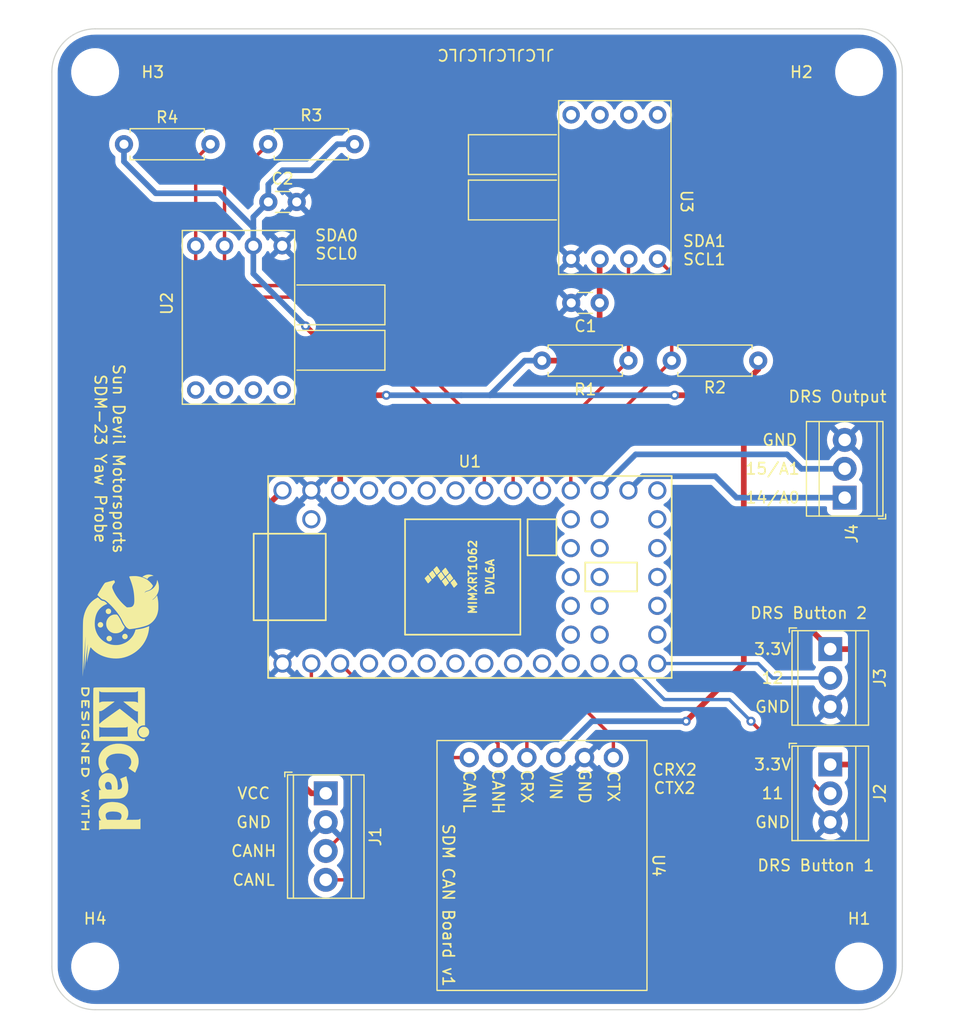
<source format=kicad_pcb>
(kicad_pcb (version 20211014) (generator pcbnew)
  (title_block (title "SDM-23 Yaw Probe") (date "2023-01-10") (rev "v1") (company "Sun Devil Motorsports") (comment 1 "Teensy 4.0 Variant"))
  (layers (0 "F.Cu" signal) (31 "B.Cu" signal) (34 "B.Paste" user) (35 "F.Paste" user) (36 "B.SilkS" user "B.Silkscreen") (37 "F.SilkS" user "F.Silkscreen") (38 "B.Mask" user) (39 "F.Mask" user) (44 "Edge.Cuts" user))
  (net 0 "")
  (net 1 "+3.3V")
  (net 2 "GND")
  (net 3 "VCC")
  (net 4 "/CANH")
  (net 5 "/CANL")
  (net 6 "/SDA1")
  (net 7 "/SCL1")
  (net 8 "/SDA0")
  (net 9 "/SCL0")
  (net 14 "Net-(U1-Pad13)")
  (net 15 "Net-(U1-Pad14)")
  (net 16 "Net-(U1-Pad21)")
  (net 22 "Net-(U1-Pad22)")
  (net 32 "/CTX2")
  (net 33 "/CRX2")
  (footprint "TerminalBlock_TE-Connectivity:TerminalBlock_TE_282834-3_1x03_P2.54mm_Horizontal" (layer "F.Cu") (at 172.72 113.03 -90)
    (fp_text reference "J3" (at 2.54 -4.37 90) (layer "F.SilkS"))
    (fp_text value "DRS Button 2")
    (pad "1" thru_hole rect (at 0 0 270) (size 2.1 2.1) (drill 1.1) (layers *.Cu *.Mask) (net 1 "+3.3V"))
    (pad "2" thru_hole circle (at 2.54 0 270) (size 2.1 2.1) (drill 1.1) (layers *.Cu *.Mask) (net 15 "Net-(U1-Pad14)"))
    (pad "3" thru_hole circle (at 5.08 0 270) (size 2.1 2.1) (drill 1.1) (layers *.Cu *.Mask) (net 2 "GND"))
  )
  (footprint "TerminalBlock_TE-Connectivity:TerminalBlock_TE_282834-3_1x03_P2.54mm_Horizontal" (layer "F.Cu") (at 172.72 123.19 -90)
    (fp_text reference "J2" (at 2.54 -4.37 90) (layer "F.SilkS"))
    (fp_text value "DRS Button 1")
    (pad "1" thru_hole rect (at 0 0 270) (size 2.1 2.1) (drill 1.1) (layers *.Cu *.Mask) (net 1 "+3.3V"))
    (pad "2" thru_hole circle (at 2.54 0 270) (size 2.1 2.1) (drill 1.1) (layers *.Cu *.Mask) (net 14 "Net-(U1-Pad13)"))
    (pad "3" thru_hole circle (at 5.08 0 270) (size 2.1 2.1) (drill 1.1) (layers *.Cu *.Mask) (net 2 "GND"))
  )
  (footprint "Symbol:KiCad-Logo2_5mm_SilkScreen" (layer "F.Cu") (at 109.728 122.682 -90)
    (fp_text reference "REF**" hide)
    (fp_text value "KiCad-Logo2_5mm_SilkScreen" hide)
  )
  (footprint "Resistor_THT:R_Axial_DIN0207_L6.3mm_D2.5mm_P7.62mm_Horizontal" (layer "F.Cu") (at 110.49 68.58)
    (fp_text reference "R4" (at 3.81 -2.37) (layer "F.SilkS"))
    (fp_text value "4.7k")
    (pad "1" thru_hole circle (at 0 0) (size 1.6 1.6) (drill 0.8) (layers *.Cu *.Mask) (net 1 "+3.3V"))
    (pad "2" thru_hole oval (at 7.62 0) (size 1.6 1.6) (drill 0.8) (layers *.Cu *.Mask) (net 9 "/SCL0"))
  )
  (footprint "Teensy:Teensy40" (layer "F.Cu") (at 140.97 106.68)
    (fp_text reference "U1" (at 0 -10.16) (layer "F.SilkS"))
    (fp_text value "Teensy4.0")
    (fp_text user "MIMXRT1062" (at 0.254 0 90) (layer "F.SilkS") (effects (font (size 0.7 0.7))))
    (fp_text user "DVL6A" (at 1.778 0 90) (layer "F.SilkS") (effects (font (size 0.7 0.7))))
    (pad "1" thru_hole circle locked (at -16.51 7.62) (size 1.6 1.6) (drill 1.1) (layers *.Cu *.Mask) (net 2 "GND"))
    (pad "2" thru_hole circle locked (at -13.97 7.62) (size 1.6 1.6) (drill 1.1) (layers *.Cu *.Mask) (net 33 "/CRX2"))
    (pad "3" thru_hole circle locked (at -11.43 7.62) (size 1.6 1.6) (drill 1.1) (layers *.Cu *.Mask) (net 32 "/CTX2"))
    (pad "4" thru_hole circle locked (at -8.89 7.62) (size 1.6 1.6) (drill 1.1) (layers *.Cu *.Mask))
    (pad "5" thru_hole circle locked (at -6.35 7.62) (size 1.6 1.6) (drill 1.1) (layers *.Cu *.Mask))
    (pad "6" thru_hole circle locked (at -3.81 7.62) (size 1.6 1.6) (drill 1.1) (layers *.Cu *.Mask))
    (pad "7" thru_hole circle locked (at -1.27 7.62) (size 1.6 1.6) (drill 1.1) (layers *.Cu *.Mask))
    (pad "8" thru_hole circle locked (at 1.27 7.62) (size 1.6 1.6) (drill 1.1) (layers *.Cu *.Mask))
    (pad "9" thru_hole circle locked (at 3.81 7.62) (size 1.6 1.6) (drill 1.1) (layers *.Cu *.Mask))
    (pad "10" thru_hole circle locked (at 6.35 7.62) (size 1.6 1.6) (drill 1.1) (layers *.Cu *.Mask))
    (pad "11" thru_hole circle locked (at 8.89 7.62) (size 1.6 1.6) (drill 1.1) (layers *.Cu *.Mask))
    (pad "12" thru_hole circle locked (at 11.43 7.62) (size 1.6 1.6) (drill 1.1) (layers *.Cu *.Mask))
    (pad "13" thru_hole circle locked (at 13.97 7.62) (size 1.6 1.6) (drill 1.1) (layers *.Cu *.Mask) (net 14 "Net-(U1-Pad13)"))
    (pad "14" thru_hole circle locked (at 16.51 7.62) (size 1.6 1.6) (drill 1.1) (layers *.Cu *.Mask) (net 15 "Net-(U1-Pad14)"))
    (pad "15" thru_hole circle locked (at 16.51 5.08) (size 1.6 1.6) (drill 1.1) (layers *.Cu *.Mask))
    (pad "16" thru_hole circle locked (at 16.51 2.54) (size 1.6 1.6) (drill 1.1) (layers *.Cu *.Mask))
    (pad "17" thru_hole circle locked (at 16.51 0) (size 1.6 1.6) (drill 1.1) (layers *.Cu *.Mask))
    (pad "18" thru_hole circle locked (at 16.51 -2.54) (size 1.6 1.6) (drill 1.1) (layers *.Cu *.Mask))
    (pad "19" thru_hole circle locked (at 16.51 -5.08) (size 1.6 1.6) (drill 1.1) (layers *.Cu *.Mask))
    (pad "20" thru_hole circle locked (at 16.51 -7.62) (size 1.6 1.6) (drill 1.1) (layers *.Cu *.Mask))
    (pad "21" thru_hole circle locked (at 13.97 -7.62) (size 1.6 1.6) (drill 1.1) (layers *.Cu *.Mask) (net 16 "Net-(U1-Pad21)"))
    (pad "22" thru_hole circle locked (at 11.43 -7.62) (size 1.6 1.6) (drill 1.1) (layers *.Cu *.Mask) (net 22 "Net-(U1-Pad22)"))
    (pad "23" thru_hole circle locked (at 8.89 -7.62) (size 1.6 1.6) (drill 1.1) (layers *.Cu *.Mask) (net 7 "/SCL1"))
    (pad "24" thru_hole circle locked (at 6.35 -7.62) (size 1.6 1.6) (drill 1.1) (layers *.Cu *.Mask) (net 6 "/SDA1"))
    (pad "25" thru_hole circle locked (at 3.81 -7.62) (size 1.6 1.6) (drill 1.1) (layers *.Cu *.Mask) (net 8 "/SDA0"))
    (pad "26" thru_hole circle locked (at 1.27 -7.62) (size 1.6 1.6) (drill 1.1) (layers *.Cu *.Mask) (net 9 "/SCL0"))
    (pad "27" thru_hole circle locked (at -1.27 -7.62) (size 1.6 1.6) (drill 1.1) (layers *.Cu *.Mask))
    (pad "28" thru_hole circle locked (at -3.81 -7.62) (size 1.6 1.6) (drill 1.1) (layers *.Cu *.Mask))
    (pad "29" thru_hole circle locked (at -6.35 -7.62) (size 1.6 1.6) (drill 1.1) (layers *.Cu *.Mask))
    (pad "30" thru_hole circle locked (at -8.89 -7.62) (size 1.6 1.6) (drill 1.1) (layers *.Cu *.Mask))
    (pad "31" thru_hole circle locked (at -11.43 -7.62) (size 1.6 1.6) (drill 1.1) (layers *.Cu *.Mask) (net 1 "+3.3V"))
    (pad "32" thru_hole circle locked (at -13.97 -7.62) (size 1.6 1.6) (drill 1.1) (layers *.Cu *.Mask) (net 2 "GND"))
    (pad "33" thru_hole circle locked (at -16.51 -7.62) (size 1.6 1.6) (drill 1.1) (layers *.Cu *.Mask) (net 3 "VCC"))
    (pad "34" thru_hole circle locked (at -13.97 -5.08) (size 1.6 1.6) (drill 1.1) (layers *.Cu *.Mask))
    (pad "35" thru_hole circle locked (at 11.43 -5.08) (size 1.6 1.6) (drill 1.1) (layers *.Cu *.Mask))
    (pad "36" thru_hole circle locked (at 8.89 -5.08) (size 1.6 1.6) (drill 1.1) (layers *.Cu *.Mask))
    (pad "37" thru_hole circle locked (at 11.43 -2.54) (size 1.6 1.6) (drill 1.1) (layers *.Cu *.Mask))
    (pad "38" thru_hole circle locked (at 8.89 -2.54) (size 1.6 1.6) (drill 1.1) (layers *.Cu *.Mask))
    (pad "39" thru_hole circle locked (at 11.43 0) (size 1.6 1.6) (drill 1.1) (layers *.Cu *.Mask))
    (pad "40" thru_hole circle locked (at 8.89 0) (size 1.6 1.6) (drill 1.1) (layers *.Cu *.Mask))
    (pad "41" thru_hole circle locked (at 11.43 2.54) (size 1.6 1.6) (drill 1.1) (layers *.Cu *.Mask))
    (pad "42" thru_hole circle locked (at 8.89 2.54) (size 1.6 1.6) (drill 1.1) (layers *.Cu *.Mask))
    (pad "43" thru_hole circle locked (at 11.43 5.08) (size 1.6 1.6) (drill 1.1) (layers *.Cu *.Mask))
    (pad "44" thru_hole circle locked (at 8.89 5.08) (size 1.6 1.6) (drill 1.1) (layers *.Cu *.Mask))
  )
  (footprint "MountingHole:MountingHole_3.2mm_M3" (layer "F.Cu") (at 175.26 62.23)
    (fp_text reference "H2" (at -5.08 0) (layer "F.SilkS"))
    (fp_text value "MountingHole")
    (pad "" np_thru_hole circle (at 0 0) (size 3.2 3.2) (drill 3.2) (layers *.Cu *.Mask))
  )
  (footprint "TerminalBlock_TE-Connectivity:TerminalBlock_TE_282834-3_1x03_P2.54mm_Horizontal" (layer "F.Cu") (at 173.99 99.695 90)
    (fp_text reference "J4" (at -3.175 0.635 90) (layer "F.SilkS"))
    (fp_text value "DRS Output")
    (pad "1" thru_hole rect (at 0 0 90) (size 2.1 2.1) (drill 1.1) (layers *.Cu *.Mask) (net 16 "Net-(U1-Pad21)"))
    (pad "2" thru_hole circle (at 2.54 0 90) (size 2.1 2.1) (drill 1.1) (layers *.Cu *.Mask) (net 22 "Net-(U1-Pad22)"))
    (pad "3" thru_hole circle (at 5.08 0 90) (size 2.1 2.1) (drill 1.1) (layers *.Cu *.Mask) (net 2 "GND"))
  )
  (footprint "Resistor_THT:R_Axial_DIN0207_L6.3mm_D2.5mm_P7.62mm_Horizontal" (layer "F.Cu") (at 147.32 87.63)
    (fp_text reference "R1" (at 3.81 2.54) (layer "F.SilkS"))
    (fp_text value "4.7k")
    (pad "1" thru_hole circle (at 0 0) (size 1.6 1.6) (drill 0.8) (layers *.Cu *.Mask) (net 1 "+3.3V"))
    (pad "2" thru_hole oval (at 7.62 0) (size 1.6 1.6) (drill 0.8) (layers *.Cu *.Mask) (net 6 "/SDA1"))
  )
  (footprint "SDM:SDM_CANBoard_v1" (layer "F.Cu") (at 155.57 132.08 -90)
    (fp_text reference "U4" (at 0 -2 -90 unlocked) (layer "F.SilkS"))
    (fp_text value "SN65HVD230_CAN_Transceiver")
    (fp_text user "VIN" (at -6.96 7.04 -90 unlocked) (layer "F.SilkS"))
    (fp_text user "CTX" (at -6.96 1.96 -90 unlocked) (layer "F.SilkS"))
    (fp_text user "CRX" (at -6.96 9.58 -90 unlocked) (layer "F.SilkS"))
    (fp_text user "SDM CAN Board v1" (at 3.5 16.5 -90 unlocked) (layer "F.SilkS"))
    (fp_text user "CANH" (at -6.5 12.12 -90 unlocked) (layer "F.SilkS"))
    (fp_text user "CANL" (at -6.5 14.66 -90 unlocked) (layer "F.SilkS"))
    (fp_text user "GND" (at -6.96 4.5 -90 unlocked) (layer "F.SilkS"))
    (pad "1" thru_hole circle (at -9.5 1.96 270) (size 1.7 1.7) (drill 1) (layers *.Cu *.Mask) (net 32 "/CTX2"))
    (pad "2" thru_hole circle (at -9.5 4.5 270) (size 1.7 1.7) (drill 1) (layers *.Cu *.Mask) (net 2 "GND"))
    (pad "3" thru_hole circle (at -9.5 7.04 270) (size 1.7 1.7) (drill 1) (layers *.Cu *.Mask) (net 1 "+3.3V"))
    (pad "4" thru_hole circle (at -9.5 9.58 270) (size 1.7 1.7) (drill 1) (layers *.Cu *.Mask) (net 33 "/CRX2"))
    (pad "5" thru_hole circle (at -9.5 12.12 270) (size 1.7 1.7) (drill 1) (layers *.Cu *.Mask) (net 4 "/CANH"))
    (pad "6" thru_hole circle (at -9.5 14.66 270) (size 1.7 1.7) (drill 1) (layers *.Cu *.Mask) (net 5 "/CANL"))
  )
  (footprint "Capacitor_THT:C_Disc_D3.0mm_W1.6mm_P2.50mm" (layer "F.Cu") (at 123.21 73.66)
    (fp_text reference "C2" (at 1.25 -2.05) (layer "F.SilkS"))
    (fp_text value "100nF")
    (pad "1" thru_hole circle (at 0 0) (size 1.6 1.6) (drill 0.8) (layers *.Cu *.Mask) (net 1 "+3.3V"))
    (pad "2" thru_hole circle (at 2.5 0) (size 1.6 1.6) (drill 0.8) (layers *.Cu *.Mask) (net 2 "GND"))
  )
  (footprint "SDM:Logo" (layer "F.Cu") (at 110.236 110.998 -90)
    (fp_text reference "G***" hide)
    (fp_text value "LOGO" hide)
  )
  (footprint "Resistor_THT:R_Axial_DIN0207_L6.3mm_D2.5mm_P7.62mm_Horizontal" (layer "F.Cu") (at 130.81 68.58 180)
    (fp_text reference "R3" (at 3.81 2.54) (layer "F.SilkS"))
    (fp_text value "4.7k")
    (pad "1" thru_hole circle (at 0 0 180) (size 1.6 1.6) (drill 0.8) (layers *.Cu *.Mask) (net 1 "+3.3V"))
    (pad "2" thru_hole oval (at 7.62 0 180) (size 1.6 1.6) (drill 0.8) (layers *.Cu *.Mask) (net 8 "/SDA0"))
  )
  (footprint "TerminalBlock_TE-Connectivity:TerminalBlock_TE_282834-4_1x04_P2.54mm_Horizontal" (layer "F.Cu") (at 128.27 125.725 -90)
    (fp_text reference "J1" (at 3.81 -4.37 90) (layer "F.SilkS"))
    (fp_text value "CAN Connection")
    (pad "1" thru_hole rect (at 0 0 270) (size 2.1 2.1) (drill 1.1) (layers *.Cu *.Mask) (net 3 "VCC"))
    (pad "2" thru_hole circle (at 2.54 0 270) (size 2.1 2.1) (drill 1.1) (layers *.Cu *.Mask) (net 2 "GND"))
    (pad "3" thru_hole circle (at 5.08 0 270) (size 2.1 2.1) (drill 1.1) (layers *.Cu *.Mask) (net 4 "/CANH"))
    (pad "4" thru_hole circle (at 7.62 0 270) (size 2.1 2.1) (drill 1.1) (layers *.Cu *.Mask) (net 5 "/CANL"))
  )
  (footprint "Capacitor_THT:C_Disc_D3.0mm_W1.6mm_P2.50mm" (layer "F.Cu") (at 152.4 82.55 180)
    (fp_text reference "C1" (at 1.25 -2.05) (layer "F.SilkS"))
    (fp_text value "100nF")
    (pad "1" thru_hole circle (at 0 0 180) (size 1.6 1.6) (drill 0.8) (layers *.Cu *.Mask) (net 1 "+3.3V"))
    (pad "2" thru_hole circle (at 2.5 0 180) (size 1.6 1.6) (drill 0.8) (layers *.Cu *.Mask) (net 2 "GND"))
  )
  (footprint "MountingHole:MountingHole_3.2mm_M3" (layer "F.Cu") (at 175.26 140.97)
    (fp_text reference "H1" (at 0 -4.2) (layer "F.SilkS"))
    (fp_text value "MountingHole")
    (pad "" np_thru_hole circle (at 0 0) (size 3.2 3.2) (drill 3.2) (layers *.Cu *.Mask))
  )
  (footprint "MountingHole:MountingHole_3.2mm_M3" (layer "F.Cu") (at 107.95 140.97)
    (fp_text reference "H4" (at 0 -4.2) (layer "F.SilkS"))
    (fp_text value "MountingHole")
    (pad "" np_thru_hole circle (at 0 0) (size 3.2 3.2) (drill 3.2) (layers *.Cu *.Mask))
  )
  (footprint "Resistor_THT:R_Axial_DIN0207_L6.3mm_D2.5mm_P7.62mm_Horizontal" (layer "F.Cu") (at 166.37 87.63 180)
    (fp_text reference "R2" (at 3.81 -2.37) (layer "F.SilkS"))
    (fp_text value "4.7k")
    (pad "1" thru_hole circle (at 0 0 180) (size 1.6 1.6) (drill 0.8) (layers *.Cu *.Mask) (net 1 "+3.3V"))
    (pad "2" thru_hole oval (at 7.62 0 180) (size 1.6 1.6) (drill 0.8) (layers *.Cu *.Mask) (net 7 "/SCL1"))
  )
  (footprint "SDM:MS4525-DSvoxxxyP" (layer "F.Cu") (at 154.94 72.39 -90)
    (fp_text reference "U3" (at 1.22 -5.11 -90 unlocked) (layer "F.SilkS"))
    (fp_text value "MS4525DO")
    (pad "1" thru_hole circle (at 6.3 5.05 270) (size 1.53 1.53) (drill 0.89) (layers *.Cu *.Mask) (net 2 "GND"))
    (pad "2" thru_hole circle (at 6.3 2.51 270) (size 1.53 1.53) (drill 0.89) (layers *.Cu *.Mask) (net 1 "+3.3V"))
    (pad "3" thru_hole circle (at 6.3 -0.03 270) (size 1.53 1.53) (drill 0.89) (layers *.Cu *.Mask) (net 6 "/SDA1"))
    (pad "4" thru_hole circle (at 6.3 -2.57 270) (size 1.53 1.53) (drill 0.89) (layers *.Cu *.Mask) (net 7 "/SCL1"))
    (pad "5" thru_hole circle (at -6.4 -2.57 270) (size 1.53 1.53) (drill 0.89) (layers *.Cu *.Mask))
    (pad "6" thru_hole circle (at -6.4 -0.03 270) (size 1.53 1.53) (drill 0.89) (layers *.Cu *.Mask))
    (pad "7" thru_hole circle (at -6.4 2.51 270) (size 1.53 1.53) (drill 0.89) (layers *.Cu *.Mask))
    (pad "8" thru_hole circle (at -6.4 5.05 270) (size 1.53 1.53) (drill 0.89) (layers *.Cu *.Mask))
  )
  (footprint "MountingHole:MountingHole_3.2mm_M3" (layer "F.Cu") (at 107.95 62.23)
    (fp_text reference "H3" (at 5.08 0) (layer "F.SilkS"))
    (fp_text value "MountingHole")
    (pad "" np_thru_hole circle (at 0 0) (size 3.2 3.2) (drill 3.2) (layers *.Cu *.Mask))
  )
  (footprint "SDM:MS4525-DSvoxxxyP" (layer "F.Cu") (at 119.38 83.82 90)
    (fp_text reference "U2" (at 1.22 -5.11 90 unlocked) (layer "F.SilkS"))
    (fp_text value "MS4525DO")
    (pad "1" thru_hole circle (at 6.3 5.05 90) (size 1.53 1.53) (drill 0.89) (layers *.Cu *.Mask) (net 2 "GND"))
    (pad "2" thru_hole circle (at 6.3 2.51 90) (size 1.53 1.53) (drill 0.89) (layers *.Cu *.Mask) (net 1 "+3.3V"))
    (pad "3" thru_hole circle (at 6.3 -0.03 90) (size 1.53 1.53) (drill 0.89) (layers *.Cu *.Mask) (net 8 "/SDA0"))
    (pad "4" thru_hole circle (at 6.3 -2.57 90) (size 1.53 1.53) (drill 0.89) (layers *.Cu *.Mask) (net 9 "/SCL0"))
    (pad "5" thru_hole circle (at -6.4 -2.57 90) (size 1.53 1.53) (drill 0.89) (layers *.Cu *.Mask))
    (pad "6" thru_hole circle (at -6.4 -0.03 90) (size 1.53 1.53) (drill 0.89) (layers *.Cu *.Mask))
    (pad "7" thru_hole circle (at -6.4 2.51 90) (size 1.53 1.53) (drill 0.89) (layers *.Cu *.Mask))
    (pad "8" thru_hole circle (at -6.4 5.05 90) (size 1.53 1.53) (drill 0.89) (layers *.Cu *.Mask))
  )
  (gr_arc (start 175.26 58.42) (mid 177.954077 59.535923) (end 179.07 62.23) (layer "Edge.Cuts") (width 0.1))
  (gr_arc (start 104.14 62.23) (mid 105.255923 59.535923) (end 107.95 58.42) (layer "Edge.Cuts") (width 0.1))
  (gr_line (start 175.26 144.78) (end 107.95 144.78) (layer "Edge.Cuts") (width 0.1))
  (gr_line (start 104.14 140.97) (end 104.14 62.23) (layer "Edge.Cuts") (width 0.1))
  (gr_line (start 107.95 58.42) (end 175.26 58.42) (layer "Edge.Cuts") (width 0.1))
  (gr_line (start 179.07 62.23) (end 179.07 140.97) (layer "Edge.Cuts") (width 0.1))
  (gr_arc (start 107.95 144.78) (mid 105.255923 143.664077) (end 104.14 140.97) (layer "Edge.Cuts") (width 0.1))
  (gr_arc (start 179.07 140.97) (mid 177.954077 143.664077) (end 175.26 144.78) (layer "Edge.Cuts") (width 0.1))
  (gr_text "3.3V" (at 167.64 123.19) (layer "F.SilkS") (effects (font (size 1 1))))
  (gr_text "CANL" (at 121.92 133.35) (layer "F.SilkS") (effects (font (size 1 1))))
  (gr_text "14/A0" (at 167.64 99.695) (layer "F.SilkS") (effects (font (size 1 1))))
  (gr_text "DRS Button 1" (at 171.45 132.08) (layer "F.SilkS") (effects (font (size 1 1))))
  (gr_text "GND" (at 168.275 94.615) (layer "F.SilkS") (effects (font (size 1 1))))
  (gr_text "JLCJLCJLCJLC" (at 143.256 60.706 180) (layer "F.SilkS") (effects (font (size 1 1))))
  (gr_text "GND" (at 167.64 118.11) (layer "F.SilkS") (effects (font (size 1 1))))
  (gr_text "GND" (at 121.92 128.27) (layer "F.SilkS") (effects (font (size 1 1))))
  (gr_text "CRX2\nCTX2" (at 159.004 124.46) (layer "F.SilkS") (effects (font (size 1 1))))
  (gr_text "DRS Output" (at 173.355 90.805) (layer "F.SilkS") (effects (font (size 1 1))))
  (gr_text "Sun Devil Motorsports\nSDM-23 Yaw Probe" (at 109.22 96.266 270) (layer "F.SilkS") (effects (font (size 1 1))))
  (gr_text "15/A1" (at 167.64 97.155) (layer "F.SilkS") (effects (font (size 1 1))))
  (gr_text "SDA0\nSCL0" (at 129.22 77.41) (layer "F.SilkS") (effects (font (size 1 1))))
  (gr_text "3.3V" (at 167.64 113.03) (layer "F.SilkS") (effects (font (size 1 1))))
  (gr_text "CANH" (at 121.92 130.81) (layer "F.SilkS") (effects (font (size 1 1))))
  (gr_text "11" (at 167.64 125.73) (layer "F.SilkS") (effects (font (size 1 1))))
  (gr_text "VCC" (at 121.92 125.73) (layer "F.SilkS") (effects (font (size 1 1))))
  (gr_text "GND" (at 167.64 128.27) (layer "F.SilkS") (effects (font (size 1 1))))
  (gr_text "SDA1\nSCL1" (at 161.62 77.91) (layer "F.SilkS") (effects (font (size 1 1))))
  (gr_text "DRS Button 2" (at 170.815 109.855) (layer "F.SilkS") (effects (font (size 1 1))))
  (gr_text "12" (at 167.64 115.57) (layer "F.SilkS") (effects (font (size 1 1))))
  (segment (start 152.4 82.55) (end 152.4 84.582) (width 0.5) (layer "F.Cu") (net 1))
  (segment (start 152.4 84.582) (end 149.352 87.63) (width 0.5) (layer "F.Cu") (net 1))
  (segment (start 165.1 114.3) (end 165.1 104.775) (width 0.5) (layer "F.Cu") (net 1))
  (segment (start 160.782 90.678) (end 164.084 90.678) (width 0.5) (layer "F.Cu") (net 1))
  (segment (start 126.492 84.582) (end 129.54 87.63) (width 0.5) (layer "F.Cu") (net 1))
  (segment (start 165.1 104.775) (end 165.1 105.41) (width 0.5) (layer "F.Cu") (net 1))
  (segment (start 165.1 104.775) (end 165.1 93.98) (width 0.5) (layer "F.Cu") (net 1))
  (segment (start 161.798 90.678) (end 165.1 93.98) (width 0.5) (layer "F.Cu") (net 1))
  (segment (start 175.895 121.92) (end 174.625 123.19) (width 0.5) (layer "F.Cu") (net 1))
  (segment (start 129.54 93.726) (end 129.54 99.06) (width 0.5) (layer "F.Cu") (net 1))
  (segment (start 164.084 90.678) (end 166.37 88.392) (width 0.5) (layer "F.Cu") (net 1))
  (segment (start 152.4 78.72) (end 152.43 78.69) (width 0.5) (layer "F.Cu") (net 1))
  (segment (start 159.004 90.678) (end 160.782 90.678) (width 0.5) (layer "F.Cu") (net 1))
  (segment (start 149.352 87.63) (end 147.32 87.63) (width 0.5) (layer "F.Cu") (net 1))
  (segment (start 175.895 114.3) (end 175.895 121.92) (width 0.5) (layer "F.Cu") (net 1))
  (segment (start 152.4 82.55) (end 152.4 78.72) (width 0.5) (layer "F.Cu") (net 1))
  (segment (start 132.588 90.678) (end 133.604 90.678) (width 0.5) (layer "F.Cu") (net 1))
  (segment (start 172.72 113.03) (end 174.625 113.03) (width 0.5) (layer "F.Cu") (net 1))
  (segment (start 160.782 90.678) (end 161.798 90.678) (width 0.5) (layer "F.Cu") (net 1))
  (segment (start 129.54 93.726) (end 132.588 90.678) (width 0.5) (layer "F.Cu") (net 1))
  (segment (start 174.625 123.19) (end 172.72 123.19) (width 0.5) (layer "F.Cu") (net 1))
  (segment (start 166.37 88.392) (end 166.37 87.63) (width 0.5) (layer "F.Cu") (net 1))
  (segment (start 160.02 119.38) (end 165.1 114.3) (width 0.5) (layer "F.Cu") (net 1))
  (segment (start 174.625 113.03) (end 175.895 114.3) (width 0.5) (layer "F.Cu") (net 1))
  (segment (start 165.1 105.41) (end 172.72 113.03) (width 0.5) (layer "F.Cu") (net 1))
  (segment (start 129.54 87.63) (end 129.54 93.726) (width 0.5) (layer "F.Cu") (net 1))
  (via (at 159.004 90.678) (size 0.8) (drill 0.4) (layers "F.Cu" "B.Cu") (net 1))
  (via (at 126.492 84.582) (size 0.8) (drill 0.4) (layers "F.Cu" "B.Cu") (net 1))
  (via (at 160.02 119.38) (size 0.8) (drill 0.4) (layers "F.Cu" "B.Cu") (net 1))
  (via (at 133.604 90.678) (size 0.8) (drill 0.4) (layers "F.Cu" "B.Cu") (net 1))
  (segment (start 118.872 72.898) (end 113.284 72.898) (width 0.5) (layer "B.Cu") (net 1))
  (segment (start 140.208 90.678) (end 142.748 90.678) (width 0.5) (layer "B.Cu") (net 1))
  (segment (start 151.73 119.38) (end 160.02 119.38) (width 0.5) (layer "B.Cu") (net 1))
  (segment (start 121.89 77.52) (end 121.89 75.916) (width 0.5) (layer "B.Cu") (net 1))
  (segment (start 133.604 90.678) (end 140.208 90.678) (width 0.5) (layer "B.Cu") (net 1))
  (segment (start 142.748 90.678) (end 145.796 87.63) (width 0.5) (layer "B.Cu") (net 1))
  (segment (start 123.21 72.116) (end 124.46 70.866) (width 0.5) (layer "B.Cu") (net 1))
  (segment (start 121.89 77.52) (end 121.89 79.98) (width 0.5) (layer "B.Cu") (net 1))
  (segment (start 113.284 72.898) (end 110.49 70.104) (width 0.5) (layer "B.Cu") (net 1))
  (segment (start 121.89 79.98) (end 126.492 84.582) (width 0.5) (layer "B.Cu") (net 1))
  (segment (start 123.21 73.66) (end 123.21 72.116) (width 0.5) (layer "B.Cu") (net 1))
  (segment (start 142.748 90.678) (end 159.004 90.678) (width 0.5) (layer "B.Cu") (net 1))
  (segment (start 121.89 74.98) (end 123.21 73.66) (width 0.5) (layer "B.Cu") (net 1))
  (segment (start 127 70.866) (end 129.286 68.58) (width 0.5) (layer "B.Cu") (net 1))
  (segment (start 121.89 75.916) (end 118.872 72.898) (width 0.5) (layer "B.Cu") (net 1))
  (segment (start 110.49 70.104) (end 110.49 68.58) (width 0.5) (layer "B.Cu") (net 1))
  (segment (start 148.53 122.58) (end 151.73 119.38) (width 0.5) (layer "B.Cu") (net 1))
  (segment (start 121.89 75.916) (end 121.89 74.98) (width 0.5) (layer "B.Cu") (net 1))
  (segment (start 129.286 68.58) (end 130.81 68.58) (width 0.5) (layer "B.Cu") (net 1))
  (segment (start 124.46 70.866) (end 127 70.866) (width 0.5) (layer "B.Cu") (net 1))
  (segment (start 145.796 87.63) (end 147.32 87.63) (width 0.5) (layer "B.Cu") (net 1))
  (segment (start 119.38 118.11) (end 119.38 104.14) (width 0.5) (layer "F.Cu") (net 3))
  (segment (start 119.38 104.14) (end 124.46 99.06) (width 0.5) (layer "F.Cu") (net 3))
  (segment (start 128.27 125.725) (end 126.995 125.725) (width 0.5) (layer "F.Cu") (net 3))
  (segment (start 126.995 125.725) (end 119.38 118.11) (width 0.5) (layer "F.Cu") (net 3))
  (segment (start 142.748 120.65) (end 143.45 121.352) (width 0.3) (layer "F.Cu") (net 4))
  (segment (start 128.27 130.805) (end 138.425 120.65) (width 0.3) (layer "F.Cu") (net 4))
  (segment (start 138.425 120.65) (end 142.748 120.65) (width 0.3) (layer "F.Cu") (net 4))
  (segment (start 143.45 121.352) (end 143.45 122.58) (width 0.3) (layer "F.Cu") (net 4))
  (segment (start 130.053 133.345) (end 136.652 126.746) (width 0.3) (layer "F.Cu") (net 5))
  (segment (start 136.652 126.746) (end 136.652 124.206) (width 0.3) (layer "F.Cu") (net 5))
  (segment (start 136.652 124.206) (end 138.278 122.58) (width 0.3) (layer "F.Cu") (net 5))
  (segment (start 138.278 122.58) (end 140.91 122.58) (width 0.3) (layer "F.Cu") (net 5))
  (segment (start 128.27 133.345) (end 130.053 133.345) (width 0.3) (layer "F.Cu") (net 5))
  (segment (start 154.94 78.72) (end 154.97 78.69) (width 0.3) (layer "F.Cu") (net 6))
  (segment (start 154.94 87.63) (end 154.94 78.72) (width 0.3) (layer "F.Cu") (net 6))
  (segment (start 147.32 99.06) (end 147.32 95.25) (width 0.3) (layer "F.Cu") (net 6))
  (segment (start 147.32 95.25) (end 154.94 87.63) (width 0.3) (layer "F.Cu") (net 6))
  (segment (start 149.86 99.06) (end 149.86 96.52) (width 0.3) (layer "F.Cu") (net 7))
  (segment (start 149.86 96.52) (end 158.75 87.63) (width 0.3) (layer "F.Cu") (net 7))
  (segment (start 158.75 79.93) (end 157.51 78.69) (width 0.3) (layer "F.Cu") (net 7))
  (segment (start 158.75 87.63) (end 158.75 79.93) (width 0.3) (layer "F.Cu") (net 7))
  (segment (start 144.78 99.06) (end 144.78 96.266) (width 0.3) (layer "F.Cu") (net 8))
  (segment (start 129.54 81.026) (end 121.412 81.026) (width 0.3) (layer "F.Cu") (net 8))
  (segment (start 119.35 72.42) (end 123.19 68.58) (width 0.3) (layer "F.Cu") (net 8))
  (segment (start 121.412 81.026) (end 119.35 78.964) (width 0.3) (layer "F.Cu") (net 8))
  (segment (start 119.35 77.52) (end 119.35 72.42) (width 0.3) (layer "F.Cu") (net 8))
  (segment (start 119.35 78.964) (end 119.35 77.52) (width 0.3) (layer "F.Cu") (net 8))
  (segment (start 144.78 96.266) (end 129.54 81.026) (width 0.3) (layer "F.Cu") (net 8))
  (segment (start 128.016 82.042) (end 142.24 96.266) (width 0.3) (layer "F.Cu") (net 9))
  (segment (start 142.24 96.266) (end 142.24 99.06) (width 0.3) (layer "F.Cu") (net 9))
  (segment (start 118.872 82.042) (end 128.016 82.042) (width 0.3) (layer "F.Cu") (net 9))
  (segment (start 116.81 77.52) (end 116.81 79.98) (width 0.3) (layer "F.Cu") (net 9))
  (segment (start 116.81 77.52) (end 116.81 69.88) (width 0.3) (layer "F.Cu") (net 9))
  (segment (start 116.81 69.88) (end 118.11 68.58) (width 0.3) (layer "F.Cu") (net 9))
  (segment (start 116.81 79.98) (end 118.872 82.042) (width 0.3) (layer "F.Cu") (net 9))
  (segment (start 172.085 125.73) (end 172.72 125.73) (width 0.3) (layer "F.Cu") (net 14))
  (segment (start 165.735 119.38) (end 172.085 125.73) (width 0.3) (layer "F.Cu") (net 14))
  (via (at 165.735 119.38) (size 0.8) (drill 0.4) (layers "F.Cu" "B.Cu") (net 14))
  (segment (start 158.115 117.475) (end 163.83 117.475) (width 0.3) (layer "B.Cu") (net 14))
  (segment (start 163.83 117.475) (end 165.735 119.38) (width 0.3) (layer "B.Cu") (net 14))
  (segment (start 154.94 114.3) (end 158.115 117.475) (width 0.3) (layer "B.Cu") (net 14))
  (segment (start 166.37 114.3) (end 167.64 115.57) (width 0.3) (layer "B.Cu") (net 15))
  (segment (start 157.48 114.3) (end 166.37 114.3) (width 0.3) (layer "B.Cu") (net 15))
  (segment (start 167.64 115.57) (end 172.72 115.57) (width 0.3) (layer "B.Cu") (net 15))
  (segment (start 164.465 99.695) (end 173.99 99.695) (width 0.5) (layer "B.Cu") (net 16))
  (segment (start 154.94 99.06) (end 156.19 97.81) (width 0.5) (layer "B.Cu") (net 16))
  (segment (start 156.19 97.81) (end 162.58 97.81) (width 0.5) (layer "B.Cu") (net 16))
  (segment (start 162.58 97.81) (end 164.465 99.695) (width 0.5) (layer "B.Cu") (net 16))
  (segment (start 152.4 99.06) (end 155.575 95.885) (width 0.5) (layer "B.Cu") (net 22))
  (segment (start 170.18 97.155) (end 173.99 97.155) (width 0.5) (layer "B.Cu") (net 22))
  (segment (start 168.91 95.885) (end 170.18 97.155) (width 0.5) (layer "B.Cu") (net 22))
  (segment (start 155.575 95.885) (end 168.91 95.885) (width 0.5) (layer "B.Cu") (net 22))
  (segment (start 133.858 118.618) (end 151.384 118.618) (width 0.3) (layer "F.Cu") (net 32))
  (segment (start 151.384 118.618) (end 153.61 120.844) (width 0.3) (layer "F.Cu") (net 32))
  (segment (start 129.54 114.3) (end 133.858 118.618) (width 0.3) (layer "F.Cu") (net 32))
  (segment (start 153.61 120.844) (end 153.61 122.58) (width 0.3) (layer "F.Cu") (net 32))
  (segment (start 127 116.586) (end 127 114.3) (width 0.3) (layer "F.Cu") (net 33))
  (segment (start 145.99 120.336) (end 145.288 119.634) (width 0.3) (layer "F.Cu") (net 33))
  (segment (start 145.288 119.634) (end 130.048 119.634) (width 0.3) (layer "F.Cu") (net 33))
  (segment (start 145.99 122.58) (end 145.99 120.336) (width 0.3) (layer "F.Cu") (net 33))
  (segment (start 130.048 119.634) (end 127 116.586) (width 0.3) (layer "F.Cu") (net 33))
  (zone (net 2) (net_name "GND") (layer "B.Cu") (connect_pads (clearance 0.508)) (min_thickness 0.254) (fill yes (thermal_gap 0.508) (thermal_bridge_width 0.508))
    (polygon (pts (xy 184.15 146.05) (xy 99.568 146.05) (xy 100.33 55.88) (xy 184.15 55.88)))
  )
)
</source>
